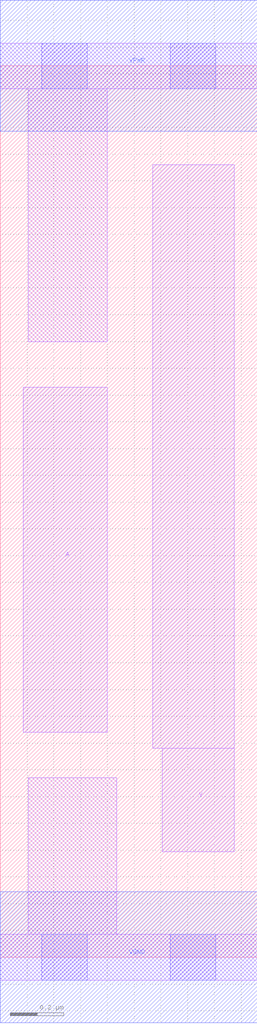
<source format=lef>
# Copyright 2020 The SkyWater PDK Authors
#
# Licensed under the Apache License, Version 2.0 (the "License");
# you may not use this file except in compliance with the License.
# You may obtain a copy of the License at
#
#     https://www.apache.org/licenses/LICENSE-2.0
#
# Unless required by applicable law or agreed to in writing, software
# distributed under the License is distributed on an "AS IS" BASIS,
# WITHOUT WARRANTIES OR CONDITIONS OF ANY KIND, either express or implied.
# See the License for the specific language governing permissions and
# limitations under the License.
#
# SPDX-License-Identifier: Apache-2.0

VERSION 5.7 ;
  NOWIREEXTENSIONATPIN ON ;
  DIVIDERCHAR "/" ;
  BUSBITCHARS "[]" ;
UNITS
  DATABASE MICRONS 200 ;
END UNITS
MACRO sky130_fd_sc_lp__clkinv_0
  CLASS CORE ;
  FOREIGN sky130_fd_sc_lp__clkinv_0 ;
  ORIGIN  0.000000  0.000000 ;
  SIZE  0.960000 BY  3.330000 ;
  SYMMETRY X Y R90 ;
  SITE unit ;
  PIN A
    ANTENNAGATEAREA  0.159000 ;
    DIRECTION INPUT ;
    USE SIGNAL ;
    PORT
      LAYER li1 ;
        RECT 0.085000 0.840000 0.400000 2.130000 ;
    END
  END A
  PIN Y
    ANTENNADIFFAREA  0.280900 ;
    DIRECTION OUTPUT ;
    USE SIGNAL ;
    PORT
      LAYER li1 ;
        RECT 0.570000 0.780000 0.875000 2.960000 ;
        RECT 0.605000 0.395000 0.875000 0.780000 ;
    END
  END Y
  PIN VGND
    DIRECTION INOUT ;
    USE GROUND ;
    PORT
      LAYER met1 ;
        RECT 0.000000 -0.245000 0.960000 0.245000 ;
    END
  END VGND
  PIN VPWR
    DIRECTION INOUT ;
    USE POWER ;
    PORT
      LAYER met1 ;
        RECT 0.000000 3.085000 0.960000 3.575000 ;
    END
  END VPWR
  OBS
    LAYER li1 ;
      RECT 0.000000 -0.085000 0.960000 0.085000 ;
      RECT 0.000000  3.245000 0.960000 3.415000 ;
      RECT 0.105000  0.085000 0.435000 0.670000 ;
      RECT 0.105000  2.300000 0.400000 3.245000 ;
    LAYER mcon ;
      RECT 0.155000 -0.085000 0.325000 0.085000 ;
      RECT 0.155000  3.245000 0.325000 3.415000 ;
      RECT 0.635000 -0.085000 0.805000 0.085000 ;
      RECT 0.635000  3.245000 0.805000 3.415000 ;
  END
END sky130_fd_sc_lp__clkinv_0
END LIBRARY

</source>
